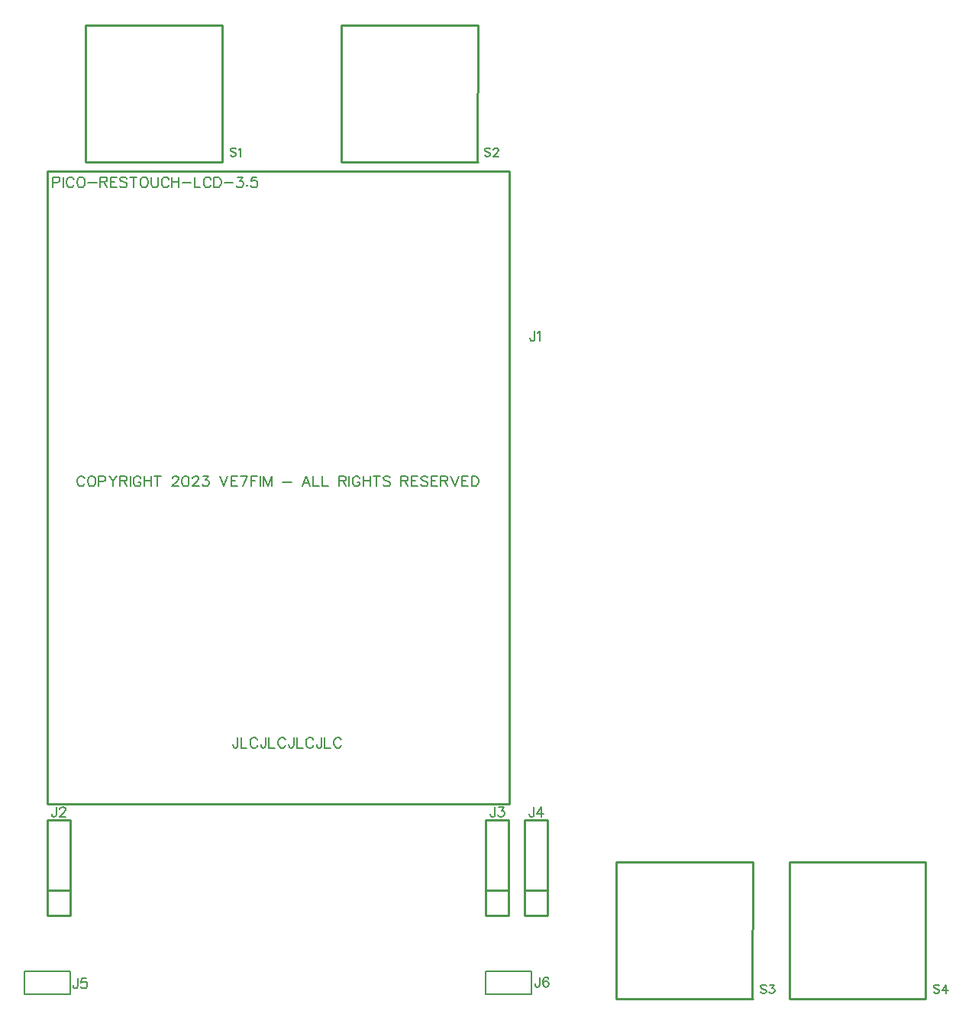
<source format=gto>
G04 Layer: TopSilkscreenLayer*
G04 EasyEDA v6.5.29, 2023-07-18 10:18:03*
G04 90495d7994f342159c24a82f0dd90fb3,5a6b42c53f6a479593ecc07194224c93,10*
G04 Gerber Generator version 0.2*
G04 Scale: 100 percent, Rotated: No, Reflected: No *
G04 Dimensions in millimeters *
G04 leading zeros omitted , absolute positions ,4 integer and 5 decimal *
%FSLAX45Y45*%
%MOMM*%

%ADD10C,0.1524*%
%ADD11C,0.2030*%
%ADD12C,0.2032*%
%ADD13C,0.2540*%
%ADD14C,0.2030*%
%ADD15C,0.0198*%

%LPD*%
D10*
X2603754Y10247376D02*
G01*
X2594609Y10256265D01*
X2580893Y10260837D01*
X2562606Y10260837D01*
X2549143Y10256265D01*
X2540000Y10247376D01*
X2540000Y10238231D01*
X2544572Y10229087D01*
X2549143Y10224515D01*
X2558288Y10219944D01*
X2585465Y10210800D01*
X2594609Y10206481D01*
X2599181Y10201910D01*
X2603754Y10192765D01*
X2603754Y10179050D01*
X2594609Y10169905D01*
X2580893Y10165334D01*
X2562606Y10165334D01*
X2549143Y10169905D01*
X2540000Y10179050D01*
X2633725Y10242804D02*
G01*
X2642615Y10247376D01*
X2656331Y10260837D01*
X2656331Y10165334D01*
X5423154Y10247376D02*
G01*
X5414009Y10256265D01*
X5400293Y10260837D01*
X5382006Y10260837D01*
X5368543Y10256265D01*
X5359400Y10247376D01*
X5359400Y10238231D01*
X5363972Y10229087D01*
X5368543Y10224515D01*
X5377688Y10219944D01*
X5404865Y10210800D01*
X5414009Y10206481D01*
X5418581Y10201910D01*
X5423154Y10192765D01*
X5423154Y10179050D01*
X5414009Y10169905D01*
X5400293Y10165334D01*
X5382006Y10165334D01*
X5368543Y10169905D01*
X5359400Y10179050D01*
X5457697Y10238231D02*
G01*
X5457697Y10242804D01*
X5462015Y10251694D01*
X5466588Y10256265D01*
X5475731Y10260837D01*
X5494020Y10260837D01*
X5502909Y10256265D01*
X5507481Y10251694D01*
X5512054Y10242804D01*
X5512054Y10233660D01*
X5507481Y10224515D01*
X5498591Y10210800D01*
X5453125Y10165334D01*
X5516625Y10165334D01*
X5914666Y8230615D02*
G01*
X5914666Y8147558D01*
X5909586Y8131810D01*
X5904506Y8126729D01*
X5894092Y8121395D01*
X5883678Y8121395D01*
X5873264Y8126729D01*
X5867930Y8131810D01*
X5862850Y8147558D01*
X5862850Y8157971D01*
X5948956Y8209787D02*
G01*
X5959370Y8215121D01*
X5975118Y8230615D01*
X5975118Y8121395D01*
D11*
X923544Y6599428D02*
G01*
X918210Y6610350D01*
X907287Y6621271D01*
X896365Y6626860D01*
X874521Y6626860D01*
X863600Y6621271D01*
X852678Y6610350D01*
X847344Y6599428D01*
X841755Y6583171D01*
X841755Y6555994D01*
X847344Y6539484D01*
X852678Y6528562D01*
X863600Y6517639D01*
X874521Y6512305D01*
X896365Y6512305D01*
X907287Y6517639D01*
X918210Y6528562D01*
X923544Y6539484D01*
X992378Y6626860D02*
G01*
X981455Y6621271D01*
X970534Y6610350D01*
X965200Y6599428D01*
X959612Y6583171D01*
X959612Y6555994D01*
X965200Y6539484D01*
X970534Y6528562D01*
X981455Y6517639D01*
X992378Y6512305D01*
X1014221Y6512305D01*
X1025144Y6517639D01*
X1036065Y6528562D01*
X1041400Y6539484D01*
X1046987Y6555994D01*
X1046987Y6583171D01*
X1041400Y6599428D01*
X1036065Y6610350D01*
X1025144Y6621271D01*
X1014221Y6626860D01*
X992378Y6626860D01*
X1082802Y6626860D02*
G01*
X1082802Y6512305D01*
X1082802Y6626860D02*
G01*
X1132078Y6626860D01*
X1148334Y6621271D01*
X1153921Y6615937D01*
X1159255Y6605015D01*
X1159255Y6588505D01*
X1153921Y6577584D01*
X1148334Y6572250D01*
X1132078Y6566662D01*
X1082802Y6566662D01*
X1195323Y6626860D02*
G01*
X1239012Y6572250D01*
X1239012Y6512305D01*
X1282445Y6626860D02*
G01*
X1239012Y6572250D01*
X1318513Y6626860D02*
G01*
X1318513Y6512305D01*
X1318513Y6626860D02*
G01*
X1367536Y6626860D01*
X1384045Y6621271D01*
X1389379Y6615937D01*
X1394968Y6605015D01*
X1394968Y6594094D01*
X1389379Y6583171D01*
X1384045Y6577584D01*
X1367536Y6572250D01*
X1318513Y6572250D01*
X1356613Y6572250D02*
G01*
X1394968Y6512305D01*
X1430781Y6626860D02*
G01*
X1430781Y6512305D01*
X1548637Y6599428D02*
G01*
X1543304Y6610350D01*
X1532381Y6621271D01*
X1521460Y6626860D01*
X1499615Y6626860D01*
X1488694Y6621271D01*
X1477771Y6610350D01*
X1472437Y6599428D01*
X1466850Y6583171D01*
X1466850Y6555994D01*
X1472437Y6539484D01*
X1477771Y6528562D01*
X1488694Y6517639D01*
X1499615Y6512305D01*
X1521460Y6512305D01*
X1532381Y6517639D01*
X1543304Y6528562D01*
X1548637Y6539484D01*
X1548637Y6555994D01*
X1521460Y6555994D02*
G01*
X1548637Y6555994D01*
X1584705Y6626860D02*
G01*
X1584705Y6512305D01*
X1661160Y6626860D02*
G01*
X1661160Y6512305D01*
X1584705Y6572250D02*
G01*
X1661160Y6572250D01*
X1735328Y6626860D02*
G01*
X1735328Y6512305D01*
X1696973Y6626860D02*
G01*
X1773428Y6626860D01*
X1898904Y6599428D02*
G01*
X1898904Y6605015D01*
X1904237Y6615937D01*
X1909826Y6621271D01*
X1920747Y6626860D01*
X1942591Y6626860D01*
X1953513Y6621271D01*
X1958847Y6615937D01*
X1964436Y6605015D01*
X1964436Y6594094D01*
X1958847Y6583171D01*
X1947925Y6566662D01*
X1893570Y6512305D01*
X1969770Y6512305D01*
X2038604Y6626860D02*
G01*
X2022093Y6621271D01*
X2011172Y6605015D01*
X2005838Y6577584D01*
X2005838Y6561328D01*
X2011172Y6534150D01*
X2022093Y6517639D01*
X2038604Y6512305D01*
X2049525Y6512305D01*
X2065781Y6517639D01*
X2076704Y6534150D01*
X2082291Y6561328D01*
X2082291Y6577584D01*
X2076704Y6605015D01*
X2065781Y6621271D01*
X2049525Y6626860D01*
X2038604Y6626860D01*
X2123693Y6599428D02*
G01*
X2123693Y6605015D01*
X2129027Y6615937D01*
X2134615Y6621271D01*
X2145538Y6626860D01*
X2167381Y6626860D01*
X2178050Y6621271D01*
X2183638Y6615937D01*
X2188972Y6605015D01*
X2188972Y6594094D01*
X2183638Y6583171D01*
X2172715Y6566662D01*
X2118106Y6512305D01*
X2194559Y6512305D01*
X2241550Y6626860D02*
G01*
X2301493Y6626860D01*
X2268727Y6583171D01*
X2284984Y6583171D01*
X2295906Y6577584D01*
X2301493Y6572250D01*
X2306827Y6555994D01*
X2306827Y6545071D01*
X2301493Y6528562D01*
X2290572Y6517639D01*
X2274061Y6512305D01*
X2257806Y6512305D01*
X2241550Y6517639D01*
X2235961Y6523228D01*
X2230627Y6534150D01*
X2426970Y6626860D02*
G01*
X2470658Y6512305D01*
X2514091Y6626860D02*
G01*
X2470658Y6512305D01*
X2550159Y6626860D02*
G01*
X2550159Y6512305D01*
X2550159Y6626860D02*
G01*
X2621025Y6626860D01*
X2550159Y6572250D02*
G01*
X2593847Y6572250D01*
X2550159Y6512305D02*
G01*
X2621025Y6512305D01*
X2733547Y6626860D02*
G01*
X2678938Y6512305D01*
X2657093Y6626860D02*
G01*
X2733547Y6626860D01*
X2769361Y6626860D02*
G01*
X2769361Y6512305D01*
X2769361Y6626860D02*
G01*
X2840227Y6626860D01*
X2769361Y6572250D02*
G01*
X2813050Y6572250D01*
X2876295Y6626860D02*
G01*
X2876295Y6512305D01*
X2912363Y6626860D02*
G01*
X2912363Y6512305D01*
X2912363Y6626860D02*
G01*
X2956052Y6512305D01*
X2999740Y6626860D02*
G01*
X2956052Y6512305D01*
X2999740Y6626860D02*
G01*
X2999740Y6512305D01*
X3119627Y6561328D02*
G01*
X3217925Y6561328D01*
X3381502Y6626860D02*
G01*
X3337813Y6512305D01*
X3381502Y6626860D02*
G01*
X3425190Y6512305D01*
X3354070Y6550405D02*
G01*
X3408679Y6550405D01*
X3461004Y6626860D02*
G01*
X3461004Y6512305D01*
X3461004Y6512305D02*
G01*
X3526536Y6512305D01*
X3562604Y6626860D02*
G01*
X3562604Y6512305D01*
X3562604Y6512305D02*
G01*
X3627881Y6512305D01*
X3748024Y6626860D02*
G01*
X3748024Y6512305D01*
X3748024Y6626860D02*
G01*
X3797045Y6626860D01*
X3813556Y6621271D01*
X3818890Y6615937D01*
X3824477Y6605015D01*
X3824477Y6594094D01*
X3818890Y6583171D01*
X3813556Y6577584D01*
X3797045Y6572250D01*
X3748024Y6572250D01*
X3786124Y6572250D02*
G01*
X3824477Y6512305D01*
X3860291Y6626860D02*
G01*
X3860291Y6512305D01*
X3978147Y6599428D02*
G01*
X3972813Y6610350D01*
X3961891Y6621271D01*
X3950970Y6626860D01*
X3929125Y6626860D01*
X3918204Y6621271D01*
X3907281Y6610350D01*
X3901693Y6599428D01*
X3896359Y6583171D01*
X3896359Y6555994D01*
X3901693Y6539484D01*
X3907281Y6528562D01*
X3918204Y6517639D01*
X3929125Y6512305D01*
X3950970Y6512305D01*
X3961891Y6517639D01*
X3972813Y6528562D01*
X3978147Y6539484D01*
X3978147Y6555994D01*
X3950970Y6555994D02*
G01*
X3978147Y6555994D01*
X4014215Y6626860D02*
G01*
X4014215Y6512305D01*
X4090415Y6626860D02*
G01*
X4090415Y6512305D01*
X4014215Y6572250D02*
G01*
X4090415Y6572250D01*
X4164838Y6626860D02*
G01*
X4164838Y6512305D01*
X4126484Y6626860D02*
G01*
X4202938Y6626860D01*
X4315206Y6610350D02*
G01*
X4304284Y6621271D01*
X4288027Y6626860D01*
X4266184Y6626860D01*
X4249927Y6621271D01*
X4239006Y6610350D01*
X4239006Y6599428D01*
X4244340Y6588505D01*
X4249927Y6583171D01*
X4260595Y6577584D01*
X4293361Y6566662D01*
X4304284Y6561328D01*
X4309872Y6555994D01*
X4315206Y6545071D01*
X4315206Y6528562D01*
X4304284Y6517639D01*
X4288027Y6512305D01*
X4266184Y6512305D01*
X4249927Y6517639D01*
X4239006Y6528562D01*
X4435347Y6626860D02*
G01*
X4435347Y6512305D01*
X4435347Y6626860D02*
G01*
X4484370Y6626860D01*
X4500625Y6621271D01*
X4506213Y6615937D01*
X4511547Y6605015D01*
X4511547Y6594094D01*
X4506213Y6583171D01*
X4500625Y6577584D01*
X4484370Y6572250D01*
X4435347Y6572250D01*
X4473447Y6572250D02*
G01*
X4511547Y6512305D01*
X4547615Y6626860D02*
G01*
X4547615Y6512305D01*
X4547615Y6626860D02*
G01*
X4618481Y6626860D01*
X4547615Y6572250D02*
G01*
X4591304Y6572250D01*
X4547615Y6512305D02*
G01*
X4618481Y6512305D01*
X4731004Y6610350D02*
G01*
X4720081Y6621271D01*
X4703572Y6626860D01*
X4681727Y6626860D01*
X4665472Y6621271D01*
X4654550Y6610350D01*
X4654550Y6599428D01*
X4659884Y6588505D01*
X4665472Y6583171D01*
X4676393Y6577584D01*
X4709159Y6566662D01*
X4720081Y6561328D01*
X4725415Y6555994D01*
X4731004Y6545071D01*
X4731004Y6528562D01*
X4720081Y6517639D01*
X4703572Y6512305D01*
X4681727Y6512305D01*
X4665472Y6517639D01*
X4654550Y6528562D01*
X4766818Y6626860D02*
G01*
X4766818Y6512305D01*
X4766818Y6626860D02*
G01*
X4837684Y6626860D01*
X4766818Y6572250D02*
G01*
X4810506Y6572250D01*
X4766818Y6512305D02*
G01*
X4837684Y6512305D01*
X4873752Y6626860D02*
G01*
X4873752Y6512305D01*
X4873752Y6626860D02*
G01*
X4922774Y6626860D01*
X4939284Y6621271D01*
X4944618Y6615937D01*
X4950206Y6605015D01*
X4950206Y6594094D01*
X4944618Y6583171D01*
X4939284Y6577584D01*
X4922774Y6572250D01*
X4873752Y6572250D01*
X4912106Y6572250D02*
G01*
X4950206Y6512305D01*
X4986274Y6626860D02*
G01*
X5029708Y6512305D01*
X5073395Y6626860D02*
G01*
X5029708Y6512305D01*
X5109463Y6626860D02*
G01*
X5109463Y6512305D01*
X5109463Y6626860D02*
G01*
X5180329Y6626860D01*
X5109463Y6572250D02*
G01*
X5153152Y6572250D01*
X5109463Y6512305D02*
G01*
X5180329Y6512305D01*
X5216397Y6626860D02*
G01*
X5216397Y6512305D01*
X5216397Y6626860D02*
G01*
X5254497Y6626860D01*
X5271008Y6621271D01*
X5281675Y6610350D01*
X5287263Y6599428D01*
X5292597Y6583171D01*
X5292597Y6555994D01*
X5287263Y6539484D01*
X5281675Y6528562D01*
X5271008Y6517639D01*
X5254497Y6512305D01*
X5216397Y6512305D01*
D12*
X2623614Y3728925D02*
G01*
X2623614Y3641549D01*
X2618026Y3625293D01*
X2612692Y3619705D01*
X2601770Y3614371D01*
X2590848Y3614371D01*
X2579926Y3619705D01*
X2574338Y3625293D01*
X2569004Y3641549D01*
X2569004Y3652471D01*
X2659428Y3728925D02*
G01*
X2659428Y3614371D01*
X2659428Y3614371D02*
G01*
X2724960Y3614371D01*
X2842816Y3701493D02*
G01*
X2837482Y3712415D01*
X2826560Y3723337D01*
X2815638Y3728925D01*
X2793794Y3728925D01*
X2782872Y3723337D01*
X2771950Y3712415D01*
X2766362Y3701493D01*
X2761028Y3685237D01*
X2761028Y3658059D01*
X2766362Y3641549D01*
X2771950Y3630627D01*
X2782872Y3619705D01*
X2793794Y3614371D01*
X2815638Y3614371D01*
X2826560Y3619705D01*
X2837482Y3630627D01*
X2842816Y3641549D01*
X2933240Y3728925D02*
G01*
X2933240Y3641549D01*
X2927906Y3625293D01*
X2922572Y3619705D01*
X2911650Y3614371D01*
X2900728Y3614371D01*
X2889806Y3619705D01*
X2884218Y3625293D01*
X2878884Y3641549D01*
X2878884Y3652471D01*
X2969308Y3728925D02*
G01*
X2969308Y3614371D01*
X2969308Y3614371D02*
G01*
X3034840Y3614371D01*
X3152696Y3701493D02*
G01*
X3147108Y3712415D01*
X3136186Y3723337D01*
X3125264Y3728925D01*
X3103674Y3728925D01*
X3092752Y3723337D01*
X3081830Y3712415D01*
X3076242Y3701493D01*
X3070908Y3685237D01*
X3070908Y3658059D01*
X3076242Y3641549D01*
X3081830Y3630627D01*
X3092752Y3619705D01*
X3103674Y3614371D01*
X3125264Y3614371D01*
X3136186Y3619705D01*
X3147108Y3630627D01*
X3152696Y3641549D01*
X3243120Y3728925D02*
G01*
X3243120Y3641549D01*
X3237786Y3625293D01*
X3232198Y3619705D01*
X3221276Y3614371D01*
X3210354Y3614371D01*
X3199432Y3619705D01*
X3194098Y3625293D01*
X3188764Y3641549D01*
X3188764Y3652471D01*
X3279188Y3728925D02*
G01*
X3279188Y3614371D01*
X3279188Y3614371D02*
G01*
X3344720Y3614371D01*
X3462576Y3701493D02*
G01*
X3456988Y3712415D01*
X3446066Y3723337D01*
X3435144Y3728925D01*
X3413300Y3728925D01*
X3402378Y3723337D01*
X3391456Y3712415D01*
X3386122Y3701493D01*
X3380534Y3685237D01*
X3380534Y3658059D01*
X3386122Y3641549D01*
X3391456Y3630627D01*
X3402378Y3619705D01*
X3413300Y3614371D01*
X3435144Y3614371D01*
X3446066Y3619705D01*
X3456988Y3630627D01*
X3462576Y3641549D01*
X3553000Y3728925D02*
G01*
X3553000Y3641549D01*
X3547666Y3625293D01*
X3542078Y3619705D01*
X3531156Y3614371D01*
X3520234Y3614371D01*
X3509312Y3619705D01*
X3503978Y3625293D01*
X3498390Y3641549D01*
X3498390Y3652471D01*
X3589068Y3728925D02*
G01*
X3589068Y3614371D01*
X3589068Y3614371D02*
G01*
X3654346Y3614371D01*
X3772202Y3701493D02*
G01*
X3766868Y3712415D01*
X3755946Y3723337D01*
X3745024Y3728925D01*
X3723180Y3728925D01*
X3712258Y3723337D01*
X3701336Y3712415D01*
X3696002Y3701493D01*
X3690414Y3685237D01*
X3690414Y3658059D01*
X3696002Y3641549D01*
X3701336Y3630627D01*
X3712258Y3619705D01*
X3723180Y3614371D01*
X3745024Y3614371D01*
X3755946Y3619705D01*
X3766868Y3630627D01*
X3772202Y3641549D01*
X575104Y9939154D02*
G01*
X575104Y9824610D01*
X575104Y9939154D02*
G01*
X624194Y9939154D01*
X640557Y9933701D01*
X646013Y9928247D01*
X651466Y9917338D01*
X651466Y9900973D01*
X646013Y9890064D01*
X640557Y9884610D01*
X624194Y9879154D01*
X575104Y9879154D01*
X687468Y9939154D02*
G01*
X687468Y9824610D01*
X805286Y9911882D02*
G01*
X799830Y9922791D01*
X788921Y9933701D01*
X778012Y9939154D01*
X756193Y9939154D01*
X745286Y9933701D01*
X734377Y9922791D01*
X728921Y9911882D01*
X723468Y9895519D01*
X723468Y9868247D01*
X728921Y9851882D01*
X734377Y9840973D01*
X745286Y9830064D01*
X756193Y9824610D01*
X778012Y9824610D01*
X788921Y9830064D01*
X799830Y9840973D01*
X805286Y9851882D01*
X874013Y9939154D02*
G01*
X863104Y9933701D01*
X852195Y9922791D01*
X846739Y9911882D01*
X841286Y9895519D01*
X841286Y9868247D01*
X846739Y9851882D01*
X852195Y9840973D01*
X863104Y9830064D01*
X874013Y9824610D01*
X895830Y9824610D01*
X906739Y9830064D01*
X917648Y9840973D01*
X923104Y9851882D01*
X928557Y9868247D01*
X928557Y9895519D01*
X923104Y9911882D01*
X917648Y9922791D01*
X906739Y9933701D01*
X895830Y9939154D01*
X874013Y9939154D01*
X964557Y9873701D02*
G01*
X1062738Y9873701D01*
X1098740Y9939154D02*
G01*
X1098740Y9824610D01*
X1098740Y9939154D02*
G01*
X1147831Y9939154D01*
X1164193Y9933701D01*
X1169649Y9928247D01*
X1175103Y9917338D01*
X1175103Y9906429D01*
X1169649Y9895519D01*
X1164193Y9890064D01*
X1147831Y9884610D01*
X1098740Y9884610D01*
X1136921Y9884610D02*
G01*
X1175103Y9824610D01*
X1211102Y9939154D02*
G01*
X1211102Y9824610D01*
X1211102Y9939154D02*
G01*
X1282011Y9939154D01*
X1211102Y9884610D02*
G01*
X1254739Y9884610D01*
X1211102Y9824610D02*
G01*
X1282011Y9824610D01*
X1394376Y9922791D02*
G01*
X1383466Y9933701D01*
X1367101Y9939154D01*
X1345285Y9939154D01*
X1328920Y9933701D01*
X1318011Y9922791D01*
X1318011Y9911882D01*
X1323467Y9900973D01*
X1328920Y9895519D01*
X1339829Y9890064D01*
X1372557Y9879154D01*
X1383466Y9873701D01*
X1388920Y9868247D01*
X1394376Y9857338D01*
X1394376Y9840973D01*
X1383466Y9830064D01*
X1367101Y9824610D01*
X1345285Y9824610D01*
X1328920Y9830064D01*
X1318011Y9840973D01*
X1468556Y9939154D02*
G01*
X1468556Y9824610D01*
X1430375Y9939154D02*
G01*
X1506738Y9939154D01*
X1575465Y9939154D02*
G01*
X1564556Y9933701D01*
X1553646Y9922791D01*
X1548193Y9911882D01*
X1542737Y9895519D01*
X1542737Y9868247D01*
X1548193Y9851882D01*
X1553646Y9840973D01*
X1564556Y9830064D01*
X1575465Y9824610D01*
X1597284Y9824610D01*
X1608193Y9830064D01*
X1619102Y9840973D01*
X1624556Y9851882D01*
X1630011Y9868247D01*
X1630011Y9895519D01*
X1624556Y9911882D01*
X1619102Y9922791D01*
X1608193Y9933701D01*
X1597284Y9939154D01*
X1575465Y9939154D01*
X1666011Y9939154D02*
G01*
X1666011Y9857338D01*
X1671464Y9840973D01*
X1682374Y9830064D01*
X1698739Y9824610D01*
X1709648Y9824610D01*
X1726011Y9830064D01*
X1736920Y9840973D01*
X1742373Y9857338D01*
X1742373Y9939154D01*
X1860191Y9911882D02*
G01*
X1854738Y9922791D01*
X1843829Y9933701D01*
X1832919Y9939154D01*
X1811101Y9939154D01*
X1800191Y9933701D01*
X1789282Y9922791D01*
X1783829Y9911882D01*
X1778373Y9895519D01*
X1778373Y9868247D01*
X1783829Y9851882D01*
X1789282Y9840973D01*
X1800191Y9830064D01*
X1811101Y9824610D01*
X1832919Y9824610D01*
X1843829Y9830064D01*
X1854738Y9840973D01*
X1860191Y9851882D01*
X1896191Y9939154D02*
G01*
X1896191Y9824610D01*
X1972556Y9939154D02*
G01*
X1972556Y9824610D01*
X1896191Y9884610D02*
G01*
X1972556Y9884610D01*
X2008555Y9873701D02*
G01*
X2106736Y9873701D01*
X2142736Y9939154D02*
G01*
X2142736Y9824610D01*
X2142736Y9824610D02*
G01*
X2208192Y9824610D01*
X2326010Y9911882D02*
G01*
X2320554Y9922791D01*
X2309647Y9933701D01*
X2298738Y9939154D01*
X2276919Y9939154D01*
X2266010Y9933701D01*
X2255100Y9922791D01*
X2249647Y9911882D01*
X2244191Y9895519D01*
X2244191Y9868247D01*
X2249647Y9851882D01*
X2255100Y9840973D01*
X2266010Y9830064D01*
X2276919Y9824610D01*
X2298738Y9824610D01*
X2309647Y9830064D01*
X2320554Y9840973D01*
X2326010Y9851882D01*
X2362009Y9939154D02*
G01*
X2362009Y9824610D01*
X2362009Y9939154D02*
G01*
X2400190Y9939154D01*
X2416556Y9933701D01*
X2427465Y9922791D01*
X2432918Y9911882D01*
X2438372Y9895519D01*
X2438372Y9868247D01*
X2432918Y9851882D01*
X2427465Y9840973D01*
X2416556Y9830064D01*
X2400190Y9824610D01*
X2362009Y9824610D01*
X2474374Y9873701D02*
G01*
X2572555Y9873701D01*
X2619463Y9939154D02*
G01*
X2679463Y9939154D01*
X2646735Y9895519D01*
X2663101Y9895519D01*
X2674010Y9890064D01*
X2679463Y9884610D01*
X2684917Y9868247D01*
X2684917Y9857338D01*
X2679463Y9840973D01*
X2668554Y9830064D01*
X2652191Y9824610D01*
X2635826Y9824610D01*
X2619463Y9830064D01*
X2614010Y9835520D01*
X2608554Y9846429D01*
X2726372Y9851882D02*
G01*
X2720919Y9846429D01*
X2726372Y9840973D01*
X2731828Y9846429D01*
X2726372Y9851882D01*
X2833281Y9939154D02*
G01*
X2778737Y9939154D01*
X2773281Y9890064D01*
X2778737Y9895519D01*
X2795099Y9900973D01*
X2811462Y9900973D01*
X2827827Y9895519D01*
X2838737Y9884610D01*
X2844190Y9868247D01*
X2844190Y9857338D01*
X2838737Y9840973D01*
X2827827Y9830064D01*
X2811462Y9824610D01*
X2795099Y9824610D01*
X2778737Y9830064D01*
X2773281Y9835520D01*
X2767827Y9846429D01*
D10*
X8483594Y976363D02*
G01*
X8474704Y985253D01*
X8460988Y989825D01*
X8442700Y989825D01*
X8429238Y985253D01*
X8420094Y976363D01*
X8420094Y967219D01*
X8424666Y958075D01*
X8429238Y953503D01*
X8438382Y948931D01*
X8465560Y939787D01*
X8474704Y935469D01*
X8479276Y930897D01*
X8483594Y921753D01*
X8483594Y908037D01*
X8474704Y898893D01*
X8460988Y894575D01*
X8442700Y894575D01*
X8429238Y898893D01*
X8420094Y908037D01*
X8522710Y989825D02*
G01*
X8572748Y989825D01*
X8545570Y953503D01*
X8559286Y953503D01*
X8568176Y948931D01*
X8572748Y944359D01*
X8577320Y930897D01*
X8577320Y921753D01*
X8572748Y908037D01*
X8563604Y898893D01*
X8550142Y894575D01*
X8536426Y894575D01*
X8522710Y898893D01*
X8518392Y903465D01*
X8513820Y912609D01*
X10403339Y976386D02*
G01*
X10394449Y985276D01*
X10380733Y989848D01*
X10362445Y989848D01*
X10348983Y985276D01*
X10339839Y976386D01*
X10339839Y967242D01*
X10344411Y958098D01*
X10348983Y953526D01*
X10357873Y948954D01*
X10385305Y939810D01*
X10394449Y935238D01*
X10398767Y930920D01*
X10403339Y921776D01*
X10403339Y908060D01*
X10394449Y898916D01*
X10380733Y894344D01*
X10362445Y894344D01*
X10348983Y898916D01*
X10339839Y908060D01*
X10478777Y989848D02*
G01*
X10433311Y926348D01*
X10501637Y926348D01*
X10478777Y989848D02*
G01*
X10478777Y894344D01*
X848771Y1060457D02*
G01*
X848771Y977399D01*
X843437Y961651D01*
X838357Y956571D01*
X827943Y951491D01*
X817529Y951491D01*
X807115Y956571D01*
X801781Y961651D01*
X796701Y977399D01*
X796701Y987813D01*
X945291Y1060457D02*
G01*
X893221Y1060457D01*
X888141Y1013721D01*
X893221Y1018801D01*
X908969Y1024135D01*
X924463Y1024135D01*
X940211Y1018801D01*
X950371Y1008641D01*
X955705Y992893D01*
X955705Y982479D01*
X950371Y966985D01*
X940211Y956571D01*
X924463Y951491D01*
X908969Y951491D01*
X893221Y956571D01*
X888141Y961651D01*
X883061Y972065D01*
X5972210Y1073157D02*
G01*
X5972210Y990099D01*
X5966876Y974351D01*
X5961796Y969271D01*
X5951382Y964191D01*
X5940968Y964191D01*
X5930554Y969271D01*
X5925220Y974351D01*
X5920140Y990099D01*
X5920140Y1000513D01*
X6068730Y1057663D02*
G01*
X6063650Y1068077D01*
X6047902Y1073157D01*
X6037488Y1073157D01*
X6021994Y1068077D01*
X6011580Y1052329D01*
X6006500Y1026421D01*
X6006500Y1000513D01*
X6011580Y979685D01*
X6021994Y969271D01*
X6037488Y964191D01*
X6042822Y964191D01*
X6058316Y969271D01*
X6068730Y979685D01*
X6073810Y995179D01*
X6073810Y1000513D01*
X6068730Y1016007D01*
X6058316Y1026421D01*
X6042822Y1031501D01*
X6037488Y1031501D01*
X6021994Y1026421D01*
X6011580Y1016007D01*
X6006500Y1000513D01*
X610870Y2960115D02*
G01*
X610870Y2877057D01*
X605536Y2861310D01*
X600455Y2856229D01*
X590042Y2851150D01*
X579628Y2851150D01*
X569213Y2856229D01*
X563879Y2861310D01*
X558800Y2877057D01*
X558800Y2887471D01*
X650239Y2934207D02*
G01*
X650239Y2939287D01*
X655320Y2949702D01*
X660654Y2955036D01*
X671068Y2960115D01*
X691895Y2960115D01*
X702310Y2955036D01*
X707389Y2949702D01*
X712470Y2939287D01*
X712470Y2928873D01*
X707389Y2918460D01*
X696976Y2902965D01*
X645160Y2851150D01*
X717804Y2851150D01*
X5474962Y2960115D02*
G01*
X5474962Y2877057D01*
X5469630Y2861310D01*
X5464548Y2856229D01*
X5454134Y2851150D01*
X5443720Y2851150D01*
X5433306Y2856229D01*
X5427972Y2861310D01*
X5422894Y2877057D01*
X5422894Y2887471D01*
X5519412Y2960115D02*
G01*
X5576562Y2960115D01*
X5545576Y2918460D01*
X5561068Y2918460D01*
X5571482Y2913379D01*
X5576562Y2908300D01*
X5581896Y2892552D01*
X5581896Y2882137D01*
X5576562Y2866644D01*
X5566402Y2856229D01*
X5550654Y2851150D01*
X5535162Y2851150D01*
X5519412Y2856229D01*
X5514332Y2861310D01*
X5509252Y2871723D01*
X5906515Y2960115D02*
G01*
X5906515Y2877057D01*
X5901436Y2861310D01*
X5896356Y2856229D01*
X5885941Y2851150D01*
X5875527Y2851150D01*
X5865113Y2856229D01*
X5859779Y2861310D01*
X5854700Y2877057D01*
X5854700Y2887471D01*
X5992875Y2960115D02*
G01*
X5940806Y2887471D01*
X6018784Y2887471D01*
X5992875Y2960115D02*
G01*
X5992875Y2851150D01*
D13*
X10248894Y838197D02*
G01*
X10250891Y2349497D01*
X8739591Y838197D02*
G01*
X10250891Y838197D01*
X8737594Y2349497D02*
G01*
X10250891Y2349497D01*
X8737594Y838197D02*
G01*
X8737594Y2337498D01*
X8329185Y838200D02*
G01*
X8331182Y2349500D01*
X6819882Y838200D02*
G01*
X8331182Y838200D01*
X6817885Y2349500D02*
G01*
X8331182Y2349500D01*
X6817885Y838200D02*
G01*
X6817885Y2337501D01*
X5281203Y10109200D02*
G01*
X5283200Y11620500D01*
X3771900Y10109200D02*
G01*
X5283200Y10109200D01*
X3769903Y11620500D02*
G01*
X5283200Y11620500D01*
X3769903Y10109200D02*
G01*
X3769903Y11608501D01*
X2449103Y10109200D02*
G01*
X2451100Y11620500D01*
X939800Y10109200D02*
G01*
X2451100Y10109200D01*
X937803Y11620500D02*
G01*
X2451100Y11620500D01*
X937803Y10109200D02*
G01*
X937803Y11608501D01*
D12*
X762000Y1142997D02*
G01*
X762000Y888997D01*
X254000Y888997D01*
X254000Y1142997D01*
X444500Y1142997D01*
D14*
X762000Y1142997D02*
G01*
X444500Y1142997D01*
D12*
X5372089Y888997D02*
G01*
X5372089Y1142997D01*
X5880089Y1142997D01*
X5880089Y888997D01*
X5689589Y888997D01*
D14*
X5372089Y888997D02*
G01*
X5689589Y888997D01*
D13*
X508000Y2814993D02*
G01*
X762000Y2814993D01*
X508000Y1756991D02*
G01*
X508000Y2814993D01*
X508000Y2034341D02*
G01*
X762000Y2034341D01*
X762000Y1756991D02*
G01*
X762000Y2814993D01*
X508000Y1756991D02*
G01*
X762000Y1756991D01*
X5372089Y2814993D02*
G01*
X5626089Y2814993D01*
X5372089Y1756991D02*
G01*
X5372089Y2814993D01*
X5372089Y2034341D02*
G01*
X5626089Y2034341D01*
X5626089Y1756991D02*
G01*
X5626089Y2814993D01*
X5372089Y1756991D02*
G01*
X5626089Y1756991D01*
X5803887Y2814993D02*
G01*
X6057887Y2814993D01*
X5803887Y1756991D02*
G01*
X5803887Y2814993D01*
X5803887Y2034341D02*
G01*
X6057887Y2034341D01*
X6057887Y1756991D02*
G01*
X6057887Y2814993D01*
X5803887Y1756991D02*
G01*
X6057887Y1756991D01*
X510895Y10002799D02*
G01*
X5630875Y10002799D01*
X5630875Y2992399D01*
X510895Y2992399D01*
X510895Y10002799D01*
M02*

</source>
